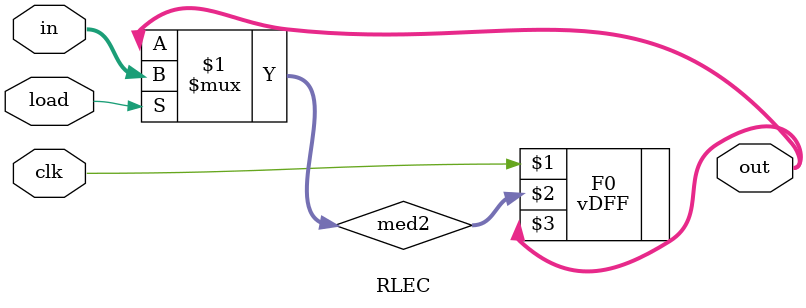
<source format=v>
module regfile(data_in, writenum, write, readnum, clk, data_out);
	input write,  clk;
	input [2:0] readnum, writenum;
	input [15:0] data_in;
	output [15:0] data_out;
	wire [15:0] R0, R1, R2, R3, R4, R5, R6, R7;
	wire [7:0] AAND,BAND;
	wire [7:0] MUX;
	
	decoder3_8 D0 (writenum,BAND);
	decoder3_8 D1 (readnum, MUX);
	
	assign AAND[0]=BAND[0] & write;
	assign AAND[1]=BAND[1] & write;
	assign AAND[2]=BAND[2] & write;
	assign AAND[3]=BAND[3] & write;
	assign AAND[4]=BAND[4] & write;
	assign AAND[5]=BAND[5] & write;
	assign AAND[6]=BAND[6] & write;
	assign AAND[7]=BAND[7] & write;
	
	RLEC r0 (data_in, AAND[0], clk, R0);
	RLEC r1 (data_in, AAND[1], clk, R1);
	RLEC r2 (data_in, AAND[2], clk, R2);
	RLEC r3 (data_in, AAND[3], clk, R3);
	RLEC r4 (data_in, AAND[4], clk, R4);
	RLEC r5 (data_in, AAND[5], clk, R5);
	RLEC r6 (data_in, AAND[6], clk, R6);
	RLEC r7 (data_in, AAND[7], clk, R7);
	
	Mux8 M0 (MUX, R0, R1, R2, R3, R4, R5, R6, R7, data_out);
	
endmodule



module decoder3_8(in, out); //blocking, maybe wrong here, must check
	input [2:0] in;
	output [7:0] out;
	wire [7:0] out=1<<in;
endmodule



module Mux8(onehot, R0, R1, R2, R3, R4, R5, R6, R7, data_out);
	input [15:0] R0, R1, R2, R3, R4, R5, R6, R7;
	input [7:0] onehot;
	output reg [15:0] data_out;
	always @* begin
		case (onehot)
		8'b00000001: data_out <= R0;
		8'b00000010: data_out <= R1;
		8'b00000100: data_out <= R2;
		8'b00001000: data_out <= R3;
		8'b00010000: data_out <= R4;
		8'b00100000: data_out <= R5;
		8'b01000000: data_out <= R6;
		8'b10000000: data_out <= R7;
		default: data_out <= 16'bxxxxxxxxxxxxxxxx;
		endcase
	end
endmodule


		
module RLEC (in, load, clk, out);
	parameter n=16;
	input [n-1:0] in;
	input load, clk;
	output [n-1:0] out;
	wire [n-1:0] med2;
	vDFF #(16) F0(clk, med2, out);
	assign med2=load?in:out;
endmodule
	
	
	
	
	
	
	
	
	
	
	
	
	
	
	
	
	
	
	
	
	
	
	
	
	
	
	
	
	
	
	
	
	
	

</source>
